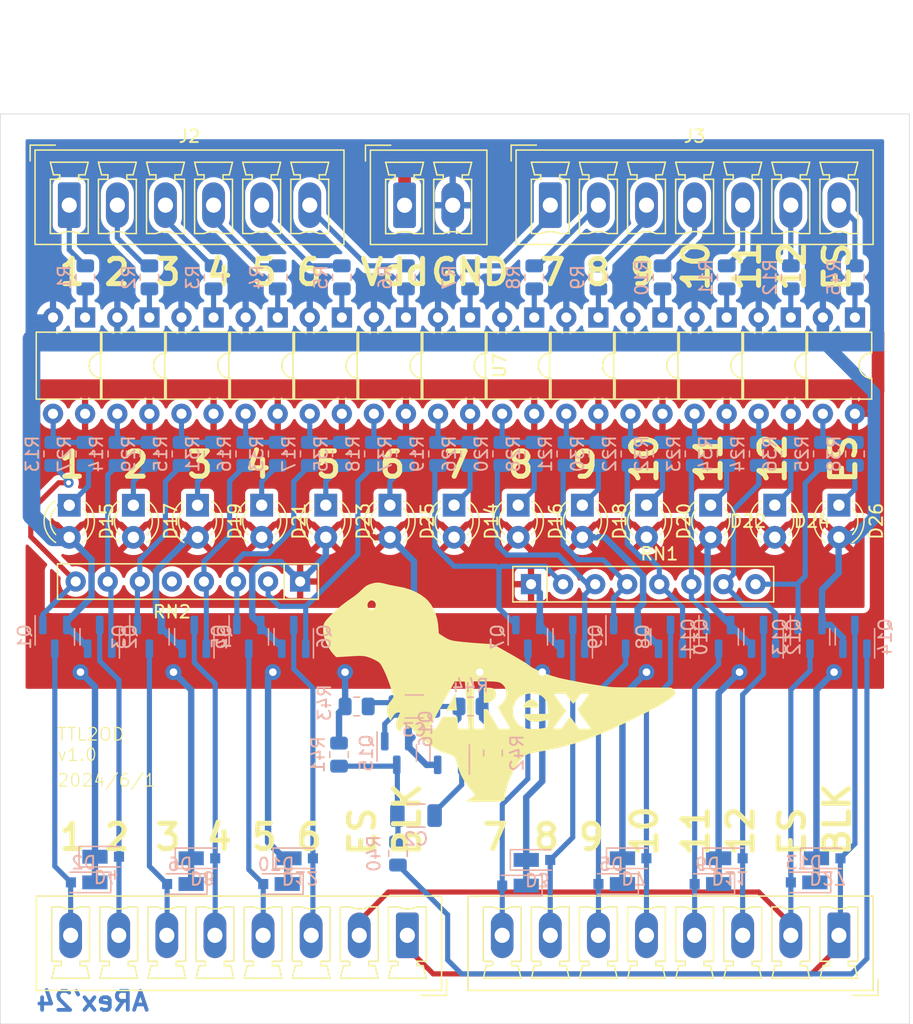
<source format=kicad_pcb>
(kicad_pcb (version 20240108) (generator "pcbnew") (generator_version "8.0")
  (title_block (title "TTL 2 NPN OC") (rev "1.0") (company "ARex'23"))
  (layers (0 "F.Cu" signal) (31 "B.Cu" signal) (34 "B.Paste" user) (35 "F.Paste" user) (36 "B.SilkS" user "B.Silkscreen") (37 "F.SilkS" user "F.Silkscreen") (38 "B.Mask" user) (39 "F.Mask" user) (44 "Edge.Cuts" user))
  (net 0 "")
  (net 1 "GND")
  (net 2 "VDD")
  (net 3 "1Hz")
  (net 4 "Net-(D1-A)")
  (net 5 "Net-(Q16-B)")
  (net 6 "Net-(D2-A)")
  (net 7 "Net-(Q15-B)")
  (net 8 "Net-(D3-A)")
  (net 9 "Net-(Q16-C)")
  (net 10 "Net-(D4-A)")
  (net 11 "Net-(D7-A)")
  (net 12 "Net-(D5-A)")
  (net 13 "Net-(D8-A)")
  (net 14 "Net-(D6-A)")
  (net 15 "Net-(D9-A)")
  (net 16 "Net-(D10-A)")
  (net 17 "Net-(D11-A)")
  (net 18 "Net-(D12-A)")
  (net 19 "Net-(R13-Pad1)")
  (net 20 "Net-(D13-A)")
  (net 21 "Net-(R10-Pad2)")
  (net 22 "Net-(D14-K)")
  (net 23 "Net-(R14-Pad1)")
  (net 24 "Net-(R15-Pad1)")
  (net 25 "Net-(R16-Pad1)")
  (net 26 "Net-(R17-Pad1)")
  (net 27 "Net-(R18-Pad1)")
  (net 28 "Net-(J2-Pin_1)")
  (net 29 "Net-(J2-Pin_2)")
  (net 30 "Net-(J2-Pin_3)")
  (net 31 "Net-(J2-Pin_4)")
  (net 32 "Net-(J2-Pin_5)")
  (net 33 "Net-(J2-Pin_6)")
  (net 34 "Net-(R1-Pad2)")
  (net 35 "Net-(R2-Pad2)")
  (net 36 "Net-(R3-Pad2)")
  (net 37 "Net-(R4-Pad2)")
  (net 38 "Net-(R5-Pad2)")
  (net 39 "Net-(R6-Pad2)")
  (net 40 "Net-(D15-K)")
  (net 41 "Net-(D16-K)")
  (net 42 "Net-(R19-Pad1)")
  (net 43 "Net-(R20-Pad1)")
  (net 44 "Net-(R21-Pad1)")
  (net 45 "Net-(R22-Pad1)")
  (net 46 "Net-(R23-Pad1)")
  (net 47 "Net-(D17-K)")
  (net 48 "Net-(D18-K)")
  (net 49 "Net-(Q2-G)")
  (net 50 "Net-(D19-K)")
  (net 51 "Net-(Q3-G)")
  (net 52 "Net-(Q5-G)")
  (net 53 "Net-(Q6-G)")
  (net 54 "Net-(Q7-G)")
  (net 55 "Net-(Q8-G)")
  (net 56 "Net-(Q9-G)")
  (net 57 "Net-(Q10-G)")
  (net 58 "Net-(D20-K)")
  (net 59 "Net-(Q11-G)")
  (net 60 "Net-(D21-K)")
  (net 61 "Net-(Q12-G)")
  (net 62 "Net-(D22-K)")
  (net 63 "Net-(Q13-G)")
  (net 64 "Net-(D23-K)")
  (net 65 "Net-(Q14-G)")
  (net 66 "Net-(D24-K)")
  (net 67 "Net-(R24-Pad1)")
  (net 68 "Net-(D25-K)")
  (net 69 "Net-(D26-K)")
  (net 70 "Net-(R45-Pad2)")
  (net 71 "Net-(J3-Pin_7)")
  (net 72 "Net-(Q1-G)")
  (net 73 "Net-(Q4-G)")
  (net 74 "Net-(J3-Pin_1)")
  (net 75 "Net-(R7-Pad2)")
  (net 76 "Net-(J3-Pin_2)")
  (net 77 "Net-(R8-Pad2)")
  (net 78 "Net-(J3-Pin_3)")
  (net 79 "Net-(R9-Pad2)")
  (net 80 "Net-(J3-Pin_4)")
  (net 81 "Net-(J3-Pin_5)")
  (net 82 "Net-(R11-Pad2)")
  (net 83 "Net-(J3-Pin_6)")
  (net 84 "Net-(R12-Pad2)")
  (net 85 "Net-(R25-Pad1)")
  (net 86 "Net-(D27-A)")
  (net 87 "unconnected-(RN2D-R4.2-Pad5)")
  (footprint "Connector_Phoenix_MC:PhoenixContact_MCV_1,5_7-G-3.81_1x07_P3.81mm_Vertical" (layer "F.Cu") (at 162.56 69.215)
    (property "Reference" "J3")
    (property "Value" "Screw_Terminal_01x07" (hide yes))
  )
  (footprint "Package_DIP:DIP-4_W7.62mm" (layer "F.Cu") (at 135.89 78.105 -90)
    (property "Reference" "U3" (hide yes))
    (property "Value" "PC817" (hide yes))
  )
  (footprint "Package_DIP:DIP-4_W7.62mm" (layer "F.Cu") (at 166.37 78.105 -90)
    (property "Reference" "U9" (hide yes))
    (property "Value" "PC817" (hide yes))
  )
  (footprint "Connector_Phoenix_MC:PhoenixContact_MCV_1,5_6-G-3.81_1x06_P3.81mm_Vertical" (layer "F.Cu") (at 124.46 69.215)
    (property "Reference" "J2")
    (property "Value" "Screw_Terminal_01x06" (hide yes))
  )
  (footprint "LED_THT:LED_D3.0mm" (layer "F.Cu") (at 149.86 92.959 -90)
    (property "Reference" "D25")
    (property "Value" "LED")
  )
  (footprint "Package_DIP:DIP-4_W7.62mm" (layer "F.Cu") (at 171.45 78.105 -90)
    (property "Reference" "U10" (hide yes))
    (property "Value" "PC817" (hide yes))
  )
  (footprint "Connector_Phoenix_MC:PhoenixContact_MCV_1,5_8-G-3.81_1x08_P3.81mm_Vertical" (layer "F.Cu") (at 151.24 127 180)
    (property "Reference" "J5" (hide yes))
    (property "Value" "Screw_Terminal_01x08" (hide yes))
  )
  (footprint "Resistor_THT:R_Array_SIP8" (layer "F.Cu") (at 142.75 99 180)
    (property "Reference" "RN2")
    (property "Value" "1k")
  )
  (footprint "Package_DIP:DIP-4_W7.62mm" (layer "F.Cu") (at 181.61 78.105 -90)
    (property "Reference" "U12" (hide yes))
    (property "Value" "PC817" (hide yes))
  )
  (footprint "LED_THT:LED_D3.0mm" (layer "F.Cu") (at 139.7 92.959 -90)
    (property "Reference" "D21")
    (property "Value" "LED")
  )
  (footprint "Package_DIP:DIP-4_W7.62mm" (layer "F.Cu") (at 146.05 78.105 -90)
    (property "Reference" "U5" (hide yes))
    (property "Value" "PC817" (hide yes))
  )
  (footprint "LED_THT:LED_D3.0mm" (layer "F.Cu") (at 180.34 92.959 -90)
    (property "Reference" "D24")
    (property "Value" "LED")
  )
  (footprint "LED_THT:LED_D3.0mm" (layer "F.Cu") (at 165.1 92.959 -90)
    (property "Reference" "D18")
    (property "Value" "LED")
  )
  (footprint "LED_THT:LED_D3.0mm" (layer "F.Cu") (at 160.02 92.959 -90)
    (property "Reference" "D16")
    (property "Value" "LED")
  )
  (footprint "LED_THT:LED_D3.0mm" (layer "F.Cu") (at 185.42 92.959 -90)
    (property "Reference" "D26")
    (property "Value" "LED")
  )
  (footprint "LOGO" (layer "F.Cu") (at 158.496 107.696)
    (property "Reference" "G***" (hide yes))
    (property "Value" "LOGO" (hide yes))
  )
  (footprint "LED_THT:LED_D3.0mm" (layer "F.Cu") (at 175.26 92.959 -90)
    (property "Reference" "D22")
    (property "Value" "LED")
  )
  (footprint "LED_THT:LED_D3.0mm" (layer "F.Cu") (at 154.94 92.959 -90)
    (property "Reference" "D14")
    (property "Value" "LED")
  )
  (footprint "Package_DIP:DIP-4_W7.62mm" (layer "F.Cu") (at 186.69 78.105 -90)
    (property "Reference" "U13" (hide yes))
    (property "Value" "PC817" (hide yes))
  )
  (footprint "Resistor_THT:R_Array_SIP8" (layer "F.Cu") (at 161.036 99.211)
    (property "Reference" "RN1")
    (property "Value" "1l")
  )
  (footprint "LED_THT:LED_D3.0mm" (layer "F.Cu") (at 144.78 92.959 -90)
    (property "Reference" "D23")
    (property "Value" "LED")
  )
  (footprint "Connector_Phoenix_MC:PhoenixContact_MCV_1,5_8-G-3.81_1x08_P3.81mm_Vertical" (layer "F.Cu") (at 185.42 127 180)
    (property "Reference" "J6" (hide yes))
    (property "Value" "Screw_Terminal_01x08" (hide yes))
  )
  (footprint "Package_DIP:DIP-4_W7.62mm" (layer "F.Cu") (at 125.714 78.105 -90)
    (property "Reference" "U1" (hide yes))
    (property "Value" "PC817" (hide yes))
  )
  (footprint "LED_THT:LED_D3.0mm" (layer "F.Cu") (at 129.54 92.964 -90)
    (property "Reference" "D17")
    (property "Value" "LED")
  )
  (footprint "Connector_Phoenix_MC:PhoenixContact_MCV_1,5_2-G-3.81_1x02_P3.81mm_Vertical" (layer "F.Cu") (at 151.0205 69.2225)
    (property "Reference" "J4" (hide yes))
    (property "Value" "Screw_Terminal_01x02" (hide yes))
  )
  (footprint "LED_THT:LED_D3.0mm" (layer "F.Cu") (at 134.62 92.964 -90)
    (property "Reference" "D19")
    (property "Value" "LED")
  )
  (footprint "Package_DIP:DIP-4_W7.62mm" (layer "F.Cu") (at 161.29 78.105 -90)
    (property "Reference" "U8" (hide yes))
    (property "Value" "PC817" (hide yes))
  )
  (footprint "Package_DIP:DIP-4_W7.62mm" (layer "F.Cu") (at 156.21 78.105 -90)
    (property "Reference" "U7")
    (property "Value" "PC817" (hide yes))
  )
  (footprint "Package_DIP:DIP-4_W7.62mm" (layer "F.Cu") (at 151.13 78.105 -90)
    (property "Reference" "U6" (hide yes))
    (property "Value" "PC817" (hide yes))
  )
  (footprint "LED_THT:LED_D3.0mm" (layer "F.Cu") (at 124.46 92.964 -90)
    (property "Reference" "D15")
    (property "Value" "LED")
  )
  (footprint "LED_THT:LED_D3.0mm" (layer "F.Cu") (at 170.18 92.959 -90)
    (property "Reference" "D20")
    (property "Value" "LED")
  )
  (footprint "Package_DIP:DIP-4_W7.62mm" (layer "F.Cu") (at 140.97 78.105 -90)
    (property "Reference" "U4" (hide yes))
    (property "Value" "PC817" (hide yes))
  )
  (footprint "Package_DIP:DIP-4_W7.62mm" (layer "F.Cu") (at 130.81 78.105 -90)
    (property "Reference" "U2" (hide yes))
    (property "Value" "PC817" (hide yes))
  )
  (footprint "Package_DIP:DIP-4_W7.62mm" (layer "F.Cu") (at 176.53 78.105 -90)
    (property "Reference" "U11" (hide yes))
    (property "Value" "PC817" (hide yes))
  )
  (footprint "Package_TO_SOT_SMD:SOT-23" (layer "B.Cu") (at 164.338 103.378 90)
    (property "Reference" "Q8")
    (property "Value" "IRLML0030")
  )
  (footprint "Resistor_SMD:R_0805_2012Metric" (layer "B.Cu") (at 176.53 88.9 -90)
    (property "Reference" "R34")
    (property "Value" "4k7")
  )
  (footprint "Resistor_SMD:R_0805_2012Metric" (layer "B.Cu") (at 135.89 74.93 -90)
    (property "Reference" "R3")
    (property "Value" "1K")
  )
  (footprint "Diode_SMD:D_MicroSMP_AK" (layer "B.Cu") (at 134.9995 120.904)
    (property "Reference" "D8")
    (property "Value" "1J")
  )
  (footprint "Resistor_SMD:R_0805_2012Metric" (layer "B.Cu") (at 186.69 88.9 -90)
    (property "Reference" "R38")
    (property "Value" "4k7")
  )
  (footprint "Resistor_SMD:R_0805_2012Metric" (layer "B.Cu") (at 163.83 88.9 -90)
    (property "Reference" "R21")
    (property "Value" "22")
  )
  (footprint "Resistor_SMD:R_0805_2012Metric" (layer "B.Cu") (at 130.81 88.9 -90)
    (property "Reference" "R29")
    (property "Value" "4k7")
  )
  (footprint "Resistor_SMD:R_0805_2012Metric" (layer "B.Cu") (at 138.4 88.9 -90)
    (property "Reference" "R16")
    (property "Value" "22")
  )
  (footprint "Diode_SMD:D_MicroSMP_AK" (layer "B.Cu") (at 142.739 120.904)
    (property "Reference" "D12")
    (property "Value" "1J")
  )
  (footprint "Package_TO_SOT_SMD:SOT-23" (layer "B.Cu") (at 130.81 103.378 -90)
    (property "Reference" "Q3")
    (property "Value" "IRLML0030")
  )
  (footprint "Resistor_SMD:R_0805_2012Metric" (layer "B.Cu") (at 156.241 108.8875 180)
    (property "Reference" "R44")
    (property "Value" "100k")
  )
  (footprint "Resistor_SMD:R_0805_2012Metric" (layer "B.Cu") (at 133.35 88.9 -90)
    (property "Reference" "R15")
    (property "Value" "22")
  )
  (footprint "Resistor_SMD:R_0805_2012Metric" (layer "B.Cu") (at 140.97 74.93 -90)
    (property "Reference" "R4")
    (property "Value" "1K")
  )
  (footprint "Resistor_SMD:R_0805_2012Metric" (layer "B.Cu") (at 146.05 74.93 -90)
    (property "Reference" "R5")
    (property "Value" "1K")
  )
  (footprint "Diode_SMD:D_MicroSMP_AK" (layer "B.Cu") (at 175.015 122.936 180)
    (property "Reference" "D9")
    (property "Value" "1J")
  )
  (footprint "Resistor_SMD:R_0805_2012Metric" (layer "B.Cu") (at 156.21 88.9 -90)
    (property "Reference" "R26")
    (property "Value" "4k7")
  )
  (footprint "Resistor_SMD:R_0805_2012Metric" (layer "B.Cu") (at 158.019 112.5705 -90)
    (property "Reference" "R42")
    (property "Value" "150k")
  )
  (footprint "Package_TO_SOT_SMD:SOT-23" (layer "B.Cu") (at 134.366 103.378 90)
    (property "Reference" "Q4")
    (property "Value" "IRLML0030" (hide yes))
  )
  (footprint "Resistor_SMD:R_0805_2012Metric" (layer "B.Cu") (at 153.67 88.9 -90)
    (property "Reference" "R19")
    (property "Value" "22")
  )
  (footprint "Resistor_SMD:R_0805_2012Metric" (layer "B.Cu") (at 156.21 74.93 -90)
    (property "Reference" "R7")
    (property "Value" "1K")
  )
  (footprint "Resistor_SMD:R_0805_2012Metric" (layer "B.Cu") (at 140.97 88.9 -90)
    (property "Reference" "R33")
    (property "Value" "4k7")
  )
  (footprint "Diode_SMD:D_MicroSMP_AK" (layer "B.Cu") (at 125.612 122.809 180)
    (property "Reference" "D2")
    (property "Value" "1J")
  )
  (footprint "Resistor_SMD:R_0805_2012Metric" (layer "B.Cu") (at 125.73 88.9 -90)
    (property "Reference" "R27")
    (property "Value" "4k7")
  )
  (footprint "Diode_SMD:D_MicroSMP_AK" (layer "B.Cu") (at 140.8445 122.936 180)
    (property "Reference" "D10")
    (property "Value" "1J")
  )
  (footprint "Resistor_SMD:R_0805_2012Metric" (layer "B.Cu") (at 166.37 88.9 -90)
    (property "Reference" "R30")
    (property "Value" "4k7")
  )
  (footprint "Resistor_SMD:R_0805_2012Metric" (layer "B.Cu") (at 171.45 74.93 -90)
    (property "Reference" "R10")
    (property "Value" "1K")
  )
  (footprint "Resistor_SMD:R_0805_2012Metric" (layer "B.Cu") (at 128.27 88.9 -90)
    (property "Reference" "R14")
    (property "Value" "22")
  )
  (footprint "Resistor_SMD:R_0805_2012Metric" (layer "B.Cu") (at 181.61 74.93 -90)
    (property "Reference" "R12")
    (property "Value" "1K")
  )
  (footprint "Resistor_SMD:R_0805_2012Metric" (layer "B.Cu") (at 158.75 88.9 -90)
    (property "Reference" "R20")
    (property "Value" "22")
  )
  (footprint "Resistor_SMD:R_0805_2012Metric" (layer "B.Cu") (at 135.89 88.9 -90)
    (property "Reference" "R31")
    (property "Value" "4k7")
  )
  (footprint "Resistor_SMD:R_0805_2012Metric" (layer "B.Cu") (at 151.13 74.93 -90)
    (property "Reference" "R6")
    (property "Value" "1K")
  )
  (footprint "Resistor_SMD:R_0805_2012Metric" (layer "B.Cu") (at 146.05 88.9 -90)
    (property "Reference" "R35")
    (property "Value" "4k7")
  )
  (footprint "Diode_SMD:D_MicroSMP_AK" (layer "B.Cu") (at 182.635 122.809 180)
    (property "Reference" "D13")
    (property "Value" "1J")
  )
  (footprint "Resistor_SMD:R_0805_2012Metric" (layer "B.Cu") (at 166.37 74.93 -90)
    (property "Reference" "R9")
    (property "Value" "1K")
  )
  (footprint "Resistor_SMD:R_0805_2012Metric" (layer "B.Cu") (at 161.29 74.93 -90)
    (property "Reference" "R8")
    (property "Value" "1K")
  )
  (footprint "Diode_SMD:D_MicroSMP_AK" (layer "B.Cu") (at 161.535 121.031)
    (property "Reference" "D3")
    (property "Value" "1J")
  )
  (footprint "Diode_SMD:D_MicroSMP_AK" (layer "B.Cu") (at 169.155 120.904)
    (property "Reference" "D7")
    (property "Value" "1J")
  )
  (footprint "Resistor_SMD:R_0805_2012Metric" (layer "B.Cu") (at 148.59 88.9 -90)
    (property "Reference" "R18")
    (property "Value" "22")
  )
  (footprint "Resistor_SMD:R_0805_2012Metric" (layer "B.Cu") (at 168.91 88.9 -90)
    (property "Reference" "R22")
    (property "Value" "22")
  )
  (footprint "Resistor_SMD:R_0805_2012Metric" (layer "B.Cu") (at 130.81 74.93 -90)
    (property "Reference" "R2")
    (property "Value" "1K")
  )
  (footprint "Resistor_SMD:R_0805_2012Metric" (layer "B.Cu") (at 186.69 74.93 -90)
    (property "Reference" "R45")
    (property "Value" "560")
  )
  (footprint "Package_TO_SOT_SMD:SOT-23" (layer "B.Cu") (at 175.895 103.378 -90)
    (property "Reference" "Q11")
    (property "Value" "IRLML0030")
  )
  (footprint "Resistor_SMD:R_0805_2012Metric" (layer "B.Cu") (at 161.29 88.9 -90)
    (property "Reference" "R28")
    (property "Value" "4k7")
  )
  (footprint "Package_TO_SOT_SMD:SOT-23" (layer "B.Cu") (at 138.684 103.378 -90)
    (property "Reference" "Q5")
    (property "Value" "IRLML0030")
  )
  (footprint "Package_TO_SOT_SMD:SOT-23" (layer "B.Cu") (at 186.69 103.378 90)
    (property "Reference" "Q14")
    (property "Value" "IRLML0030")
  )
  (footprint "Resistor_SMD:R_0805_2012Metric" (layer "B.Cu") (at 179.07 88.9 -90)
    (property "Reference" "R24")
    (property "Value" "22")
  )
  (footprint "Resistor_SMD:R_0805_2012Metric" (layer "B.Cu") (at 150.495 120.523 90)
    (property "Reference" "R40")
    (property "Value" "22")
  )
  (footprint "Package_TO_SOT_SMD:SOT-23" (layer "B.Cu") (at 179.451 103.378 90)
    (property "Reference" "Q12")
    (property "Value" "IRLML0030")
  )
  (footprint "Package_TO_SOT_SMD:SOT-23" (layer "B.Cu") (at 183.134 103.378 -90)
    (property "Reference" "Q13")
    (property "Value" "IRLML0030")
  )
  (footprint "Resistor_SMD:R_0805_2012Metric" (layer "B.Cu") (at 123.19 88.9 -90)
    (property "Reference" "R13")
    (property "Value" "22")
  )
  (footprint "Resistor_SMD:R_0805_2012Metric" (layer "B.Cu") (at 143.51 88.9 -90)
    (property "Reference" "R17")
    (property "Value" "22")
  )
  (footprint "Resistor_SMD:R_0805_2012Metric" (layer "B.Cu") (at 147.224 108.8875)
    (property "Reference" "R43")
    (property "Value" "150k")
  )
  (footprint "Diode_SMD:D_MicroSMP_AK" (layer "B.Cu") (at 159.775 123.063 180)
    (property "Reference" "D1" (hide yes))
    (property "Value" "1J")
  )
  (footprint "Resistor_SMD:R_0805_2012Metric" (layer "B.Cu") (at 173.99 88.9 -90)
    (property "Reference" "R23")
    (property "Value" "22")
  )
  (footprint "Package_TO_SOT_SMD:SOT-23" (layer "B.Cu") (at 160.782 103.378 -90)
    (property "Reference" "Q7")
    (property "Value" "IRLML0030")
  )
  (footprint "Diode_SMD:D_MicroSMP_AK" (layer "B.Cu") (at 127.3795 120.777)
    (property "Reference" "D4")
    (property "Value" "1J")
  )
  (footprint "Resistor_SMD:R_0805_2012Metric" (layer "B.Cu") (at 171.45 88.9 -90)
    (property "Reference" "R32")
    (property "Value" "4k7")
  )
  (footprint "Diode_SMD:D_MicroSMP_AK" (layer "B.Cu") (at 133.232 122.936 180)
    (property "Reference" "D6")
    (property "Value" "1J")
  )
  (footprint "Resistor_SMD:R_0805_2012Metric" (layer "B.Cu") (at 125.73 74.93 -90)
    (property "Reference" "R1")
    (property "Value" "1K")
  )
  (footprint "Package_TO_SOT_SMD:SOT-23" (layer "B.Cu") (at 154.59 112.5705 90)
    (property "Reference" "Q16")
    (property "Value" "BC547")
  )
  (footprint "Resistor_SMD:R_0805_2012Metric" (layer "B.Cu") (at 184.15 88.9 -90)
    (property "Reference" "R25")
    (property "Value" "22")
  )
  (footprint "Package_TO_SOT_SMD:SOT-23" (layer "B.Cu") (at 123.317 103.378 -90)
    (property "Reference" "Q1")
    (property "Value" "IRLML0030")
  )
  (footprint "Diode_SMD:D_MicroSMP_AK" (layer "B.Cu") (at 176.775 120.904)
    (property "Reference" "D11")
    (property "Value" "1J")
  )
  (footprint "Package_TO_SOT_SMD:SOT-23" (layer "B.Cu") (at 150.399 112.5705 -90)
    (property "Reference" "Q15")
    (property "Value" "BC547")
  )
  (footprint "Package_TO_SOT_SMD:SOT-23" (layer "B.Cu") (at 172.085 103.378 90)
    (property "Reference" "Q10")
    (property "Value" "IRLML0030")
  )
  (footprint "Package_TO_SOT_SMD:SOT-23" (layer "B.Cu") (at 142.24 103.378 90)
    (property "Reference" "Q6")
    (property "Value" "IRLML0030")
  )
  (footprint "Package_TO_SOT_SMD:SOT-23" (layer "B.Cu") (at 168.529 103.378 -90)
    (property "Reference" "Q9")
    (property "Value" "IRLML0030")
  )
  (footprint "Resistor_SMD:R_0805_2012Metric" (layer "B.Cu") (at 181.61 88.9 -90)
    (property "Reference" "R36")
    (property "Value" "4k7")
  )
  (footprint "Diode_SMD:D_MicroSMP_AK" (layer "B.Cu") (at 184.522 120.904)
    (property "Reference" "D27")
    (property "Value" "1J")
  )
  (footprint "Resistor_SMD:R_0805_2012Metric" (layer "B.Cu") (at 176.53 74.93 -90)
    (property "Reference" "R11")
    (property "Value" "1K")
  )
  (footprint "Package_TO_SOT_SMD:SOT-23" (layer "B.Cu") (at 126.873 103.378 90)
    (property "Reference" "Q2")
    (property "Value" "IRLML0030")
  )
  (footprint "Resistor_SMD:R_0805_2012Metric" (layer "B.Cu") (at 151.13 88.9 -90)
    (property "Reference" "R37")
    (property "Value" "4k7")
  )
  (footprint "Resistor_SMD:R_0805_2012Metric" (layer "B.Cu") (at 145.827 112.6975 -90)
    (property "Reference" "R41")
    (property "Value" "5k6")
  )
  (footprint "Capacitor_SMD:C_1206_3216Metric" (layer "B.Cu") (at 151.796 108.8875)
    (property "Reference" "C3")
    (property "Value" "4u7")
  )
  (footprint "Capacitor_SMD:C_1206_3216Metric" (layer "B.Cu") (at 151.923 117.5235)
    (property "Reference" "C2")
    (property "Value" "4u7")
  )
  (footprint "Diode_SMD:D_MicroSMP_AK" (layer "B.Cu") (at 167.395 122.936 180)
    (property "Reference" "D5")
    (property "Value" "1J")
  )
  (gr_line (start 119 62) (end 191 62) (stroke (width 0.05)) (layer "Edge.Cuts"))
  (gr_line (start 191 62) (end 191 134) (stroke (width 0.05)) (layer "Edge.Cuts"))
  (gr_line (start 191 134) (end 119 134) (stroke (width 0.05)) (layer "Edge.Cuts"))
  (gr_line (start 119 134) (end 119 62) (stroke (width 0.05)) (layer "Edge.Cuts"))
  (gr_text "ARex'24" (at 130.937 133.096 0) (layer "B.Cu") (effects (font (size 1.5 1.5) (thickness 0.3) (bold yes)) (justify left bottom mirror)))
  (gr_text "GND" (at 152.908 75.692 0) (layer "F.SilkS") (effects (font (size 2 2) (thickness 0.4) (bold yes)) (justify left bottom)))
  (gr_text "4" (at 138.176 90.932 0) (layer "F.SilkS") (effects (font (size 2 2) (thickness 0.4) (bold yes)) (justify left bottom)))
  (gr_text "BLK" (at 152.4 120.904 90) (layer "F.SilkS") (effects (font (size 2 2) (thickness 0.4) (bold yes)) (justify left bottom)))
  (gr_text "TTL2OD\nv1.0" (at 123.444 113.284 0) (layer "F.SilkS") (effects (font (size 1 1) (thickness 0.1)) (justify left bottom)))
  (gr_text "8\n" (at 161.036 120.396 0) (layer "F.SilkS") (effects (font (size 2 2) (thickness 0.4) (bold yes)) (justify left bottom)))
  (gr_text "12" (at 181.356 91.44 90) (layer "F.SilkS") (effects (font (size 2 2) (thickness 0.4) (bold yes)) (justify left bottom)))
  (gr_text "9" (at 168.656 75.692 0) (layer "F.SilkS") (effects (font (size 2 2) (thickness 0.4) (bold yes)) (justify left bottom)))
  (gr_text "6" (at 142.24 75.692 0) (layer "F.SilkS") (effects (font (size 2 2) (thickness 0.4) (bold yes)) (justify left bottom)))
  (gr_text "8" (at 165.1 75.692 0) (layer "F.SilkS") (effects (font (size 2 2) (thickness 0.4) (bold yes)) (justify left bottom)))
  (gr_text "7" (at 156.972 120.396 0) (layer "F.SilkS") (effects (font (size 2 2) (thickness 0.4) (bold yes)) (justify left bottom)))
  (gr_text "9" (at 164.084 90.932 0) (layer "F.SilkS") (effects (font (size 2 2) (thickness 0.4) (bold yes)) (justify left bottom)))
  (gr_text "1" (at 123.4694 90.932 0) (layer "F.SilkS") (effects (font (size 2 2) (thickness 0.4) (bold yes)) (justify left bottom)))
  (gr_text "5" (at 143.764 90.932 0) (layer "F.SilkS") (effects (font (size 2 2) (thickness 0.4) (bold yes)) (justify left bottom)))
  (gr_text "12" (at 178.816 120.904 90) (layer "F.SilkS") (effects (font (size 2 2) (thickness 0.4) (bold yes)) (justify left bottom)))
  (gr_text "4" (at 135.128 75.692 0) (layer "F.SilkS") (effects (font (size 2 2) (thickness 0.4) (bold yes)) (justify left bottom)))
  (gr_text "3" (at 131.064 75.692 0) (layer "F.SilkS") (effects (font (size 2 2) (thickness 0.4) (bold yes)) (justify left bottom)))
  (gr_text "Vdd" (at 147.32 75.692 0) (layer "F.SilkS") (effects (font (size 2 2) (thickness 0.4) (bold yes)) (justify left bottom)))
  (gr_text "10" (at 175.26 76.2 90) (layer "F.SilkS") (effects (font (size 2 2) (thickness 0.4) (bold yes)) (justify left bottom)))
  (gr_text "11" (at 176.276 91.44 90) (layer "F.SilkS") (effects (font (size 2 2) (thickness 0.4) (bold yes)) (justify left bottom)))
  (gr_text "2" (at 127.0254 120.396 0) (layer "F.SilkS") (effects (font (size 2 2) (thickness 0.4) (bold yes)) (justify left bottom)))
  (gr_text "7" (at 153.924 90.932 0) (layer "F.SilkS") (effects (font (size 2 2) (thickness 0.4) (bold yes)) (justify left bottom)))
  (gr_text "2" (at 128.524 90.932 0) (layer "F.SilkS") (effects (font (size 2 2) (thickness 0.4) (bold yes)) (justify left bottom)))
  (gr_text "7" (at 161.544 75.692 0) (layer "F.SilkS") (effects (font (size 2 2) (thickness 0.4) (bold yes)) (justify left bottom)))
  (gr_text "12" (at 182.88 76.2 90) (layer "F.SilkS") (effects (font (size 2 2) (thickness 0.4) (bold yes)) (justify left bottom)))
  (gr_text "10" (at 171.196 120.904 90) (layer "F.SilkS") (effects (font (size 2 2) (thickness 0.4) (bold yes)) (justify left bottom)))
  (gr_text "2" (at 127.0254 75.692 0) (layer "F.SilkS") (effects (font (size 2 2) (thickness 0.4) (bold yes)) (justify left bottom)))
  (gr_text "9" (at 164.592 120.396 0) (layer "F.SilkS") (effects (font (size 2 2) (thickness 0.4) (bold yes)) (justify left bottom)))
  (gr_text "2024/6/1" (at 123.444 115.316 0) (layer "F.SilkS") (effects (font (size 1 1) (thickness 0.1)) (justify left bottom)))
  (gr_text "4" (at 135.128 120.396 0) (layer "F.SilkS") (effects (font (size 2 2) (thickness 0.4) (bold yes)) (justify left bottom)))
  (gr_text "3" (at 133.604 90.932 0) (layer "F.SilkS") (effects (font (size 2 2) (thickness 0.4) (bold yes)) (justify left bottom)))
  (gr_text "ES" (at 182.88 120.904 90) (layer "F.SilkS") (effects (font (size 2 2) (thickness 0.4) (bold yes)) (justify left bottom)))
  (gr_text "ES" (at 186.436 76.2 90) (layer "F.SilkS") (effects (font (size 2 2) (thickness 0.4) (bold yes)) (justify left bottom)))
  (gr_text "ES" (at 186.944 91.44 90) (layer "F.SilkS") (effects (font (size 2 2) (thickness 0.4) (bold yes)) (justify left bottom)))
  (gr_text "BLK" (at 186.436 120.904 90) (layer "F.SilkS") (effects (font (size 2 2) (thickness 0.4) (bold yes)) (justify left bottom)))
  (gr_text "1" (at 123.4694 120.396 0) (layer "F.SilkS") (effects (font (size 2 2) (thickness 0.4) (bold yes)) (justify left bottom)))
  (gr_text "11" (at 175.26 120.904 90) (layer "F.SilkS") (effects (font (size 2 2) (thickness 0.4) (bold yes)) (justify left bottom)))
  (gr_text "8\n" (at 159.004 90.932 0) (layer "F.SilkS") (effects (font (size 2 2) (thickness 0.4) (bold yes)) (justify left bottom)))
  (gr_text "10" (at 171.196 91.44 90) (layer "F.SilkS") (effects (font (size 2 2) (thickness 0.4) (bold yes)) (justify left bottom)))
  (gr_text "3" (at 131.064 120.396 0) (layer "F.SilkS") (effects (font (size 2 2) (thickness 0.4) (bold yes)) (justify left bottom)))
  (gr_text "5" (at 138.684 120.396 0) (layer "F.SilkS") (effects (font (size 2 2) (thickness 0.4) (bold yes)) (justify left bottom)))
  (gr_text "6" (at 142.24 120.396 0) (layer "F.SilkS") (effects (font (size 2 2) (thickness 0.4) (bold yes)) (justify left bottom)))
  (gr_text "11" (at 179.324 76.2 90) (layer "F.SilkS") (effects (font (size 2 2) (thickness 0.4) (bold yes)) (justify left bottom)))
  (gr_text "1" (at 123.4694 75.692 0) (layer "F.SilkS") (effects (font (size 2 2) (thickness 0.4) (bold yes)) (justify left bottom)))
  (gr_text "5" (at 138.684 75.692 0) (layer "F.SilkS") (effects (font (size 2 2) (thickness 0.4) (bold yes)) (justify left bottom)))
  (gr_text "ES" (at 148.844 120.904 90) (layer "F.SilkS") (effects (font (size 2 2) (thickness 0.4) (bold yes)) (justify left bottom)))
  (gr_text "6" (at 148.844 90.932 0) (layer "F.SilkS") (effects (font (size 2 2) (thickness 0.4) (bold yes)) (justify left bottom)))
  (segment (start 147.828 95.504) (end 147.833 95.499) (width 0.508) (layer "F.Cu") (net 1))
  (segment (start 142.75 99) (end 142.808 99) (width 0.508) (layer "F.Cu") (net 1))
  (segment (start 147.833 95.499) (end 149.86 95.499) (width 0.508) (layer "F.Cu") (net 1))
  (segment (start 131.3328 98.1562) (end 133.985 95.504) (width 0.508) (layer "B.Cu") (net 1))
  (segment (start 131.76 102.4405) (end 131.76 101.788) (width 0.508) (layer "B.Cu") (net 1))
  (segment (start 185.74 103.444) (end 184.7365 102.4405) (width 0.508) (layer "B.Cu") (net 1))
  (segment (start 175.0188 100.6143) (end 175.0188 95.7402) (width 0.508) (layer "B.Cu") (net 1))
  (segment (start 188.1932 93.998592) (end 188.1932 84.0532) (width 1) (layer "B.Cu") (net 1))
  (segment (start 133.416 104.3155) (end 133.3985 104.3155) (width 0.508) (layer "B.Cu") (net 1))
  (segment (start 138.9528 101.7593) (end 138.9528 98.213) (width 0.508) (layer "B.Cu") (net 1))
  (segment (start 176.845 102.4405) (end 175.0188 100.6143) (width 0.508) (layer "B.Cu") (net 1))
  (segment (start 162.67825 103.632) (end 162.67825 103.38675) (width 0.508) (layer "B.Cu") (net 1))
  (segment (start 151.765 110.109) (end 151.765 97.404) (width 0.508) (layer "B.Cu") (net 1))
  (segment (start 121.4708 93.787592) (end 121.4708 79.8082) (width 1.4) (layer "B.Cu") (net 1))
  (segment (start 162.67825 103.38675) (end 161.732 102.4405) (width 0.508) (layer "B.Cu") (net 1))
  (segment (start 184.15 80.01) (end 184.15 78.105) (width 1) (layer "B.Cu") (net 1))
  (segment (start 175.0188 95.7402) (end 175.26 95.499) (width 0.508) (layer "B.Cu") (net 1))
  (segment (start 184.084 102.4405) (end 184.084 99.634) (width 0.508) (layer "B.Cu") (net 1))
  (segment (start 126.2272 100.2138) (end 126.2272 97.2712) (width 0.508) (layer "B.Cu") (net 1))
  (segment (start 139.7 97.4658) (end 141.2158 97.4658) (width 0.508) (layer "B.Cu") (net 1))
  (segment (start 185.74 104.3155) (end 185.74 103.444) (width 0.508) (layer "B.Cu") (net 1))
  (segment (start 184.7365 102.4405) (end 184.084 102.4405) (width 0.508) (layer "B.Cu") (net 1))
  (segment (start 131.76 101.788) (end 131.3328 101.3608) (width 0.508) (layer "B.Cu") (net 1))
  (segment (start 151.349 111.633) (end 151.349 112.106) (width 0.508) (layer "B.Cu") (net 1))
  (segment (start 141.2158 97.4658) (end 142.75 99) (width 0.508) (layer "B.Cu") (net 1))
  (segment (start 184.084 99.634) (end 185.3966 98.3214) (width 0.508) (layer "B.Cu") (net 1))
  (segment (start 124.46 95.504) (end 123.187208 95.504) (width 1.4) (layer "B.Cu") (net 1))
  (segment (start 169.9132 98.5392) (end 166.873 95.499) (width 0.508) (layer "B.Cu") (net 1))
  (segment (start 151.765 97.404) (end 149.86 95.499) (width 0.508) (layer "B.Cu") (net 1))
  (segment (start 161.732 102.4405) (end 161.732 99.907) (width 0.508) (layer "B.Cu") (net 1))
  (segment (start 125.923 104.206) (end 125.923 104.3155) (width 0.508) (layer "B.Cu") (net 1))
  (segment (start 124.267 102.55) (end 125.923 104.206) (width 0.508) (layer "B.Cu") (net 1))
  (segment (start 169.479 101.158) (end 169.9132 100.7238) (width 0.508) (layer "B.Cu") (net 1))
  (segment (start 152.751 113.508) (end 153.64 113.508) (width 0.508) (layer "B.Cu") (net 1))
  (segment (start 186.692792 95.499) (end 188.1932 93.998592) (width 1) (layer "B.Cu") (net 1))
  (segment (start 178.501 104.3155) (end 178.501 104.0965) (width 0.508) (layer "B.Cu") (net 1))
  (segment (start 185.42 95.499) (end 186.692792 95.499) (width 1) (layer "B.Cu") (net 1))
  (segment (start 151.349 111.633) (end 151.349 110.525) (width 0.508) (layer "B.Cu") (net 1))
  (segment (start 139.634 102.4405) (end 139.634 102.55) (width 0.508) (layer "B.Cu") (net 1))
  (segment (start 133.985 95.504) (end 134.62 95.504) (width 0.508) (layer "B.Cu") (net 1))
  (segment (start 171.135 104.3155) (end 171.135 104.0965) (width 0.508) (layer "B.Cu") (net 1))
  (segment (start 124.267 102.4405) (end 124.267 102.55) (width 0.508) (layer "B.Cu") (net 1))
  (segment (start 163.36175 104.3155) (end 162.67825 103.632) (width 0.508) (layer "B.Cu") (net 1))
  (segment (start 124.267 102.174) (end 126.2272 100.2138) (width 0.508) (layer "B.Cu") (net 1))
  (segment (start 161.732 99.907) (end 161.036 99.211) (width 0.508) (layer "B.Cu") (net 1))
  (segment (start 141.29 104.206) (end 141.29 104.3155) (width 0.508) (layer "B.Cu") (net 1))
  (segment (start 131.3328 101.3608) (end 131.3328 98.1562) (width 0.508) (layer "B.Cu") (net 1))
  (segment (start 139.634 102.55) (end 141.29 104.206) (width 0.508) (layer "B.Cu") (net 1))
  (segment (start 171.135 104.0965) (end 169.479 102.4405) (width 0.508) (layer "B.Cu") (net 1))
  (segment (start 163.388 104.3155) (end 163.36175 104.3155) (width 0.508) (layer "B.Cu") (net 1))
  (segment (start 131.76 102.677) (end 131.76 102.4405) (width 0.508) (layer "B.Cu") (net 1))
  (segment (start 151.349 112.106) (end 152.751 113.508) (width 0.508) (layer "B.Cu") (net 1))
  (segment (start 139.634 102.4405) (end 138.9528 101.7593) (width 0.508) (layer "B.Cu") (net 1))
  (segment (start 144.78 96.97) (end 142.75 99) (width 0.508) (layer "B.Cu") (net 1))
  (segment (start 151.349 110.525) (end 151.765 110.109) (width 0.508) (layer "B.Cu") (net 1))
  (segment (start 178.501 104.0965) (end 176.845 102.4405) (width 0.508) (layer "B.Cu") (net 1))
  (segment (start 126.2272 97.2712) (end 124.46 95.504) (width 0.508) (layer "B.Cu") (net 1))
  (segment (start 123.187208 95.504) (end 121.4708 93.787592) (width 1.4) (layer "B.Cu") (net 1))
  (segment (start 124.267 102.4405) (end 124.267 102.174) (width 0.508) (layer "B.Cu") (net 1))
  (segment (start 144.78 95.499) (end 144.78 96.97) (width 0.508) (layer "B.Cu") (net 1))
  (segment (start 138.9528 98.213) (end 139.7 97.4658) (width 0.508) (layer "B.Cu") (net 1))
  (segment (start 169.9132 100.7238) (end 169.9132 98.5392) (width 0.508) (layer "B.Cu") (net 1))
  (segment (start 169.479 102.4405) (end 169.479 101.158) (width 0.508) (layer "B.Cu") (net 1))
  (segment (start 166.873 95.499) (end 165.1 95.499) (width 0.508) (layer "B.Cu") (net 1))
  (segment (start 121.4708 79.8082) (end 123.174 78.105) (width 1.4) (layer "B.Cu") (net 1))
  (segment (start 185.3966 95.5224) (end 185.42 95.499) (width 0.508) (layer "B.Cu") (net 1))
  (segment (start 185.3966 98.3214) (end 185.3966 95.5224) (width 0.508) (layer "B.Cu") (net 1))
  (segment (start 133.3985 104.3155) (end 131.76 102.677) (width 0.508) (layer "B.Cu") (net 1))
  (segment (start 151.349 111.633) (end 151.648999 111.333001) (width 0.508) (layer "B.Cu") (net 1))
  (segment (start 188.1932 84.0532) (end 184.15 80.01) (width 1) (layer "B.Cu") (net 1))
  (segment (start 151.0205 69.2225) (end 151.0205 66.4543) (width 1) (layer "F.Cu") (net 2))
  (segment (start 188.468 68.072) (end 188.468 79.3334) (width 1) (layer "F.Cu") (net 2))
  (segment (start 151.0205 66.4543) (end 152.4508 65.024) (width 1) (layer "F.Cu") (net 2))
  (segment (start 188.5188 79.3842) (end 188.5188 83.8962) (width 1) (layer "F.Cu") (net 2))
  (segment (start 188.5188 83.8962) (end 186.69 85.725) (width 1) (layer "F.Cu") (net 2))
  (segment (start 188.468 79.3334) (end 188.5188 79.3842) (width 1) (layer "F.Cu") (net 2))
  (segment (start 185.42 65.024) (end 188.468 68.072) (width 1) (layer "F.Cu") (net 2))
  (segment (start 152.4508 65.024) (end 185.42 65.024) (width 1) (layer "F.Cu") (net 2))
  (via (at 185.039 106.172) (size 1.27) (drill 0.6) (layers "F.Cu" "B.Cu") (net 2))
  (via (at 161.925 106.172) (size 1.27) (drill 0.6) (layers "F.Cu" "B.Cu") (net 2))
  (via (at 146.304 106.172) (size 1.27) (drill 0.6) (layers "F.Cu" "B.Cu") (net 2))
  (via (at 125.349 106.172) (size 1.27) (drill 0.6) (layers "F.Cu" "B.Cu") (net 2))
  (via (at 156.972 106.172) (size 1.27) (drill 0.6) (layers "F.Cu" "B.Cu") (net 2))
  (via (at 140.589 106.172) (size 1.27) (drill 0.6) (layers "F.Cu" "B.Cu") (net 2))
  (via (at 170.18 106.172) (size 1.27) (drill 0.6) (layers "F.Cu" "B.Cu") (net 2))
  (via (at 132.715 106.172) (size 1.27) (drill 0.6) (layers "F.Cu" "B.Cu") (net 2))
  (via (at 177.546 106.172) (size 1.27) (drill 0.6) (layers "F.Cu" "B.Cu") (net 2))
  (segment (start 134.112 120.9115) (end 134.1195 120.904) (width 0.508) (layer "B.Cu") (net 2))
  (segment (start 158.019 110.6655) (end 158.019 111.658) (width 0.508) (layer "B.Cu") (net 2))
  (segment (start 141.7245 121.0385) (end 141.859 120.904) (width 0.508) (layer "B.Cu") (net 2))
  (segment (start 175.895 107.823) (end 175.895 120.904) (width 0.508) (layer "B.Cu") (net 2))
  (segment (start 157.1535 106.3535) (end 156.972 106.172) (width 0.508) (layer "B.Cu") (net 2))
  (segment (start 126.492 122.809) (end 126.492 120.7845) (width 0.508) (layer "B.Cu") (net 2))
  (segment (start 175.895 120.904) (end 175.895 122.936) (width 0.508) (layer "B.Cu") (net 2))
  (segment (start 134.1195 107.5765) (end 134.1195 120.904) (width 0.508) (layer "B.Cu") (net 2))
  (segment (start 140.208 119.634) (end 141.478 120.904) (width 0.508) (layer "B.Cu") (net 2))
  (segment (start 168.275 108.077) (end 168.275 120.904) (width 0.508) (layer "B.Cu") (net 2))
  (segment (start 157.1535 108.8875) (end 157.1535 109.8) (width 0.508) (layer "B.Cu") (net 2))
  (segment (start 141.7245 122.936) (end 141.7245 121.0385) (width 0.508) (layer "B.Cu") (net 2))
  (segment (start 145.827 109.372) (end 146.3115 108.8875) (width 0.508) (layer "B.Cu") (net 2))
  (segment (start 168.275 120.904) (end 168.275 122.936) (width 0.508) (layer "B.Cu") (net 2))
  (segment (start 170.18 106.172) (end 168.275 108.077) (width 0.508) (layer "B.Cu") (net 2))
  (segment (start 160.655 116.078) (end 160.655 121.031) (width 0.508) (layer "B.Cu") (net 2))
  (segment (start 134.112 122.936) (end 134.112 120.9115) (width 0.508) (layer "B.Cu") (net 2))
  (segment (start 132.715 106.172) (end 134.1195 107.5765) (width 0.508) (layer "B.Cu") (net 2))
  (segment (start 125.349 106.172) (end 126.4995 107.3225) (width 0.508) (layer "B.Cu") (net 2))
  (segment (start 183.642 120.904) (end 183.642 122.682) (width 0.508) (layer "B.Cu") (net 2))
  (segment (start 146.3115 108.8875) (end 146.3115 106.1795) (width 0.508) (layer "B.Cu") (net 2))
  (segment (start 157.1535 108.8875) (end 157.1535 106.3535) (width 0.508) (layer "B.Cu") (net 2))
  (segment (start 146.3115 106.1795) (end 146.304 106.172) (width 0.508) (layer "B.Cu") (net 2))
  (segment (start 161.925 106.172) (end 161.925 114.808) (width 0.508) (layer "B.Cu") (net 2))
  (segment (start 160.655 121.031) (end 160.655 123.063) (width 0.508) (layer "B.Cu") (net 2))
  (segment (start 126.4995 107.3225) (end 126.4995 120.777) (width 0.508) (layer "B.Cu") (net 2))
  (segment (start 183.642 122.682) (end 183.515 122.809) (width 0.508) (layer "B.Cu") (net 2))
  (segment (start 126.492 120.7845) (end 126.4995 120.777) (width 0.508) (layer "B.Cu") (net 2))
  (segment (start 161.925 114.808) (end 160.655 116.078) (width 0.508) (layer "B.Cu") (net 2))
  (segment (start 183.642 107.569) (end 183.642 120.904) (width 0.508) (layer "B.Cu") (net 2))
  (segment (start 140.589 106.172) (end 140.208 106.553) (width 0.508) (layer "B.Cu") (net 2))
  (segment (start 141.478 120.904) (end 141.859 120.904) (width 0.508) (layer "B.Cu") (net 2))
  (segment (start 157.1535 109.8) (end 158.019 110.6655) (width 0.508) (layer "B.Cu") (net 2))
  (segment (start 145.827 111.785) (end 145.827 109.372) (width 0.508) (layer "B.Cu") (net 2))
  (segment (start 177.546 106.172) (end 175.895 107.823) (width 0.508) (layer "B.Cu") (net 2))
  (segment (start 140.208 106.553) (end 140.208 119.634) (width 0.508) (layer "B.Cu") (net 2))
  (segment (start 185.039 106.172) (end 183.642 107.569) (width 0.508) (layer "B.Cu") (net 2))
  (segment (start 150.399 113.508) (end 150.448 113.557) (width 0.4064) (layer "B.Cu") (net 3))
  (segment (start 145.827 113.61) (end 150.297 113.61) (width 0.4064) (layer "B.Cu") (net 3))
  (segment (start 150.495 119.6105) (end 150.495 117.5705) (width 0.4064) (layer "B.Cu") (net 3))
  (segment (start 150.495 117.5705) (end 150.448 117.5235) (width 0.4064) (layer "B.Cu") (net 3))
  (segment (start 150.297 113.61) (end 150.399 113.508) (width 0.4064) (layer "B.Cu") (net 3))
  (segment (start 150.448 113.557) (end 150.448 117.5235) (width 0.4064) (layer "B.Cu") (net 3))
  (segment (start 158.755 123.063) (end 158.755 116.6445) (width 0.4064) (layer "B.Cu") (net 4))
  (segment (start 158.755 126.995) (end 158.75 127) (width 0.4064) (layer "B.Cu") (net 4))
  (segment (start 160.782 114.6175) (end 160.782 104.3155) (width 0.4064) (layer "B.Cu") (net 4))
  (segment (start 158.755 116.6445) (end 160.782 114.6175) (width 0.4064) (layer "B.Cu") (net 4))
  (segment (start 158.755 123.063) (end 158.755 126.995) (width 0.4064) (layer "B.Cu") (net 4))
  (segment (start 158.019 113.483) (end 155.565 113.483) (width 0.4064) (layer "B.Cu") (net 5))
  (segment (start 155.54 113.508) (end 155.54 115.097) (width 0.4064) (layer "B.Cu") (net 5))
  (segment (start 153.398 117.239) (end 153.398 117.5235) (width 0.4064) (layer "B.Cu") (net 5))
  (segment (start 155.54 115.097) (end 153.398 117.239) (width 0.4064) (layer "B.Cu") (net 5))
  (segment (start 155.565 113.483) (end 155.54 113.508) (width 0.4064) (layer "B.Cu") (net 5))
  (segment (start 123.317 104.3155) (end 123.317 121.534) (width 0.4064) (layer "B.Cu") (net 6))
  (segment (start 123.317 121.534) (end 124.592 122.809) (width 0.4064) (layer "B.Cu") (net 6))
  (segment (start 124.57 127) (end 124.57 122.831) (width 0.4064) (layer "B.Cu") (net 6))
  (segment (start 124.57 122.831) (end 124.592 122.809) (width 0.4064) (layer "B.Cu") (net 6))
  (segment (start 149.449 111.633) (end 149.449 110.266) (width 0.4064) (layer "B.Cu") (net 7))
  (segment (start 148.1365 108.8875) (end 148.439 108.585) (width 0.4064) (layer "B.Cu") (net 7))
  (segment (start 150.321 109.394) (end 150.321 108.8875) (width 0.4064) (layer "B.Cu") (net 7))
  (segment (start 149.449 110.266) (end 150.321 109.394) (width 0.4064) (layer "B.Cu") (net 7))
  (segment (start 150.0185 108.585) (end 150.321 108.8875) (width 0.4064) (layer "B.Cu") (net 7))
  (segment (start 148.439 108.585) (end 150.0185 108.585) (width 0.4064) (layer "B.Cu") (net 7))
  (segment (start 164.338 102.4405) (end 164.338 119.248) (width 0.4064) (layer "B.Cu") (net 8))
  (segment (start 162.555 126.995) (end 162.56 127) (width 0.4064) (layer "B.Cu") (net 8))
  (segment (start 162.555 121.031) (end 162.555 126.995) (width 0.4064) (layer "B.Cu") (net 8))
  (segment (start 164.338 119.248) (end 162.555 121.031) (width 0.4064) (layer "B.Cu") (net 8))
  (segment (start 153.271 108.8875) (end 155.3285 108.8875) (width 0.4064) (layer "B.Cu") (net 9))
  (segment (start 155.3285 109.85175) (end 155.3285 108.8875) (width 0.4064) (layer "B.Cu") (net 9))
  (segment (start 154.59 110.59025) (end 155.3285 109.85175) (width 0.4064) (layer "B.Cu") (net 9))
  (segment (start 154.59 111.633) (end 154.59 110.59025) (width 0.4064) (layer "B.Cu") (net 9))
  (segment (start 128.3995 126.9805) (end 128.38 127) (width 0.4064) (layer "B.Cu") (net 10))
  (segment (start 126.873 105.283) (end 126.873 102.4405) (width 0.4064) (layer "B.Cu") (net 10))
  (segment (start 128.3995 106.8095) (end 126.873 105.283) (width 0.4064) (layer "B.Cu") (net 10))
  (segment (start 128.3995 120.777) (end 128.3995 126.9805) (width 0.4064) (layer "B.Cu") (net 10))
  (segment (start 128.3995 120.777) (end 128.3995 106.8095) (width 0.4064) (layer "B.Cu") (net 10))
  (segment (start 170.18 120.909) (end 170.175 120.904) (width 0.4064) (layer "B.Cu") (net 11))
  (segment (start 170.18 127) (end 170.18 120.909) (width 0.4064) (layer "B.Cu") (net 11))
  (segment (start 172.085 106.934) (end 172.085 102.4405) (width 0.4064) (layer "B.Cu") (net 11))
  (segment (start 170.175 108.844) (end 172.085 106.934) (width 0.4064) (layer "B.Cu") (net 11))
  (segment (start 170.175 120.904) (end 170.175 108.844) (width 0.4064) (layer "B.Cu") (net 11))
  (segment (start 166.375 107.691) (end 168.529 105.537) (width 0.4064) (layer "B.Cu") (net 12))
  (segment (start 166.375 126.995) (end 166.37 127) (width 0.4064) (layer "B.Cu") (net 12))
  (segment (start 168.529 105.537) (end 168.529 104.3155) (width 0.4064) (layer "B.Cu") (net 12))
  (segment (start 166.375 122.936) (end 166.375 126.995) (width 0.4064) (layer "B.Cu") (net 12))
  (segment (start 166.375 122.936) (end 166.375 107.691) (width 0.4064) (layer "B.Cu") (net 12))
  (segment (start 136.0195 120.904) (end 136.0195 126.9805) (width 0.4064) (layer "B.Cu") (net 13))
  (segment (start 136.0195 126.9805) (end 136 127) (width 0.4064) (layer "B.Cu") (net 13))
  (segment (start 134.366 105.41) (end 134.366 102.4405) (width 0.4064) (layer "B.Cu") (net 13))
  (segment (start 136.0195 120.904) (end 136.0195 107.0635) (width 0.4064) (layer "B.Cu") (net 13))
  (segment (start 136.0195 107.0635) (end 134.366 105.41) (width 0.4064) (layer "B.Cu") (net 13))
  (segment (start 132.212 126.978) (end 132.19 127) (width 0.4064) (layer "B.Cu") (net 14))
  (segment (start 130.81 121.534) (end 132.212 122.936) (width 0.4064) (layer "B.Cu") (net 14))
  (segment (start 130.81 104.3155) (end 130.81 121.534) (width 0.4064) (layer "B.Cu") (net 14))
  (segment (start 132.212 122.936) (end 132.212 126.978) (width 0.4064) (layer "B.Cu") (net 14))
  (segment (start 175.895 104.3155) (end 175.895 105.537) (width 0.4064) (layer "B.Cu") (net 15))
  (segment (start 175.895 105.537) (end 173.995 107.437) (width 0.4064) (layer "B.Cu") (net 15))
  (segment (start 173.995 122.936) (end 173.995 126.995) (width 0.4064) (layer "B.Cu") (net 15))
  (segment (start 173.995 107.437) (end 173.995 122.936) (width 0.4064) (layer "B.Cu") (net 15))
  (segment (start 173.995 126.995) (end 173.99 127) (width 0.4064) (layer "B.Cu") (net 15))
  (segment (start 138.684 104.3155) (end 138.684 121.7955) (width 0.4064) (layer "B.Cu") (net 16))
  (segment (start 138.684 121.7955) (end 139.8245 122.936) (width 0.4064) (layer "B.Cu") (net 16))
  (segment (start 139.8245 122.936) (end 139.8245 126.9855) (width 0.4064) (layer "B.Cu") (net 16))
  (segment (start 139.8245 126.9855) (end 139.81 127) (width 0.4064) (layer "B.Cu") (net 16))
  (segment (start 177.795 126.995) (end 177.8 127) (width 0.4064) (layer "B.Cu") (net 17))
  (segment (start 179.451 106.299) (end 179.451 102.4405) (width 0.4064) (layer "B.Cu") (net 17))
  (segment (start 177.795 120.904) (end 177.795 107.955) (width 0.4064) (layer "B.Cu") (net 17))
  (segment (start 177.795 120.904) (end 177.795 126.995) (width 0.4064) (layer "B.Cu") (net 17))
  (segment (start 177.795 107.955) (end 179.451 106.299) (width 0.4064) (layer "B.Cu") (net 17))
  (segment (start 143.759 120.904) (end 143.759 126.861) (width 0.4064) (layer "B.Cu") (net 18))
  (segment (start 142.24 102.4405) (end 142.24 105.918) (width 0.4064) (layer "B.Cu") (net 18))
  (segment (start 143.759 126.861) (end 143.62 127) (width 0.4064) (layer "B.Cu") (net 18))
  (segment (start 143.759 107.437) (end 143.759 120.904) (width 0.4064) (layer "B.Cu") (net 18))
  (segment (start 142.24 105.918) (end 143.759 107.437) (width 0.4064) (layer "B.Cu") (net 18))
  (segment (start 123.19 87.9875) (end 125.73 87.9875) (width 0.4064) (layer "B.Cu") (net 19))
  (segment (start 123.19 87.9875) (end 123.19 85.741) (width 0.4064) (layer "B.Cu") (net 19))
  (segment (start 123.19 85.741) (end 123.174 85.725) (width 0.4064) (layer "B.Cu") (net 19))
  (segment (start 147.43 127) (end 147.43 125.874) (width 0.4064) (layer "F.Cu") (net 20))
  (segment (start 149.733 123.571) (end 179.07 123.571) (width 0.4064) (layer "F.Cu") (net 20))
  (segment (start 181.61 126.111) (end 181.61 127) (width 0.4064) (layer "F.Cu") (net 20))
  (segment (start 147.43 125.874) (end 149.733 123.571) (width 0.4064) (layer "F.Cu") (net 20))
  (segment (start 179.07 123.571) (end 181.61 126.111) (width 0.4064) (layer "F.Cu") (net 20))
  (segment (start 181.615 122.809) (end 181.615 107.564) (width 0.4064) (layer "B.Cu") (net 20))
  (segment (start 181.615 107.564) (end 183.134 106.045) (width 0.4064) (layer "B.Cu") (net 20))
  (segment (start 183.134 106.045) (end 183.134 104.3155) (width 0.4064) (layer "B.Cu") (net 20))
  (segment (start 181.615 122.809) (end 181.615 126.995) (width 0.4064) (layer "B.Cu") (net 20))
  (segment (start 181.615 126.995) (end 181.61 127) (width 0.4064) (layer "B.Cu") (net 20))
  (segment (start 171.45 78.105) (end 171.45 75.8425) (width 0.4064) (layer "B.Cu") (net 21))
  (segment (start 156.21 89.8125) (end 156.21 91.689) (width 0.4064) (layer "B.Cu") (net 22))
  (segment (start 156.21 91.689) (end 154.94 92.959) (width 0.4064) (layer "B.Cu") (net 22))
  (segment (start 128.27 85.725) (end 128.27 87.9875) (width 0.4064) (layer "B.Cu") (net 23))
  (segment (start 128.27 87.9875) (end 130.81 87.9875) (width 0.4064) (layer "B.Cu") (net 23))
  (segment (start 133.35 85.725) (end 133.35 87.9875) (width 0.4064) (layer "B.Cu") (net 24))
  (segment (start 133.35 87.9875) (end 135.89 87.9875) (width 0.4064) (layer "B.Cu") (net 24))
  (segment (start 138.43 85.725) (end 138.43 87.9575) (width 0.4064) (layer "B.Cu") (net 25))
  (segment (start 138.4 87.9875) (end 140.97 87.9875) (width 0.4064) (layer "B.Cu") (net 25))
  (segment (start 138.43 87.9575) (end 138.4 87.9875) (width 0.4064) (layer "B.Cu") (net 25))
  (segment (start 143.51 85.725) (end 143.51 87.9875) (width 0.4064) (layer "B.Cu") (net 26))
  (segment (start 143.51 87.9875) (end 146.05 87.9875) (width 0.4064) (layer "B.Cu") (net 26))
  (segment (start 148.59 87.9875) (end 151.13 87.9875) (width 0.4064) (layer "B.Cu") (net 27))
  (segment (start 148.59 85.725) (end 148.59 87.9875) (width 0.4064) (layer "B.Cu") (net 27))
  (segment (start 124.46 72.7475) (end 124.46 69.215) (width 0.4064) (layer "B.Cu") (net 28))
  (segment (start 125.73 74.0175) (end 124.46 72.7475) (width 0.4064) (layer "B.Cu") (net 28))
  (segment (start 128.27 69.215) (end 128.27 71.80675) (width 0.4064) (layer "B.Cu") (net 29))
  (segment (start 130.48075 74.0175) (end 130.81 74.0175) (width 0.4064) (layer "B.Cu") (net 29))
  (segment (start 128.27 71.80675) (end 130.48075 74.0175) (width 0.4064) (layer "B.Cu") (net 29))
  (segment (start 132.08 70.358) (end 135.7395 74.0175) (width 0.4064) (layer "B.Cu") (net 30))
  (segment (start 132.08 69.215) (end 132.08 70.358) (width 0.4064) (layer "B.Cu") (net 30))
  (segment (start 135.7395 74.0175) (end 135.89 74.0175) (width 0.4064) (layer "B.Cu") (net 30))
  (segment (start 135.89 70.358) (end 135.89 69.215) (width 0.4064) (layer "B.Cu") (net 31))
  (segment (start 139.5495 74.0175) (end 135.89 70.358) (width 0.4064) (layer "B.Cu") (net 31))
  (segment (start 140.97 74.0175) (end 139.5495 74.0175) (width 0.4064) (layer "B.Cu") (net 31))
  (segment (start 139.7 70.104) (end 139.7 69.215) (width 0.4064) (layer "B.Cu") (net 32))
  (segment (start 146.05 74.0175) (end 143.6135 74.0175) (width 0.4064) (layer "B.Cu") (net 32))
  (segment (start 143.6135 74.0175) (end 139.7 70.104) (width 0.4064) (layer "B.Cu") (net 32))
  (segment (start 151.13 74.0175) (end 148.0585 74.0175) (width 0.4064) (layer "B.Cu") (net 33))
  (segment (start 148.0585 74.0175) (end 143.51 69.469) (width 0.4064) (layer "B.Cu") (net 33))
  (segment (start 143.51 69.469) (end 143.51 69.215) (width 0.4064) (layer "B.Cu") (net 33))
  (segment (start 125.714 78.105) (end 125.714 75.8585) (width 0.4064) (layer "B.Cu") (net 34))
  (segment (start 125.714 75.8585) (end 125.73 75.8425) (width 0.4064) (layer "B.Cu") (net 34))
  (segment (start 130.81 75.8425) (end 130.81 78.105) (width 0.4064) (layer "B.Cu") (net 35))
  (segment (start 135.89 75.8425) (end 135.89 78.105) (width 0.4064) (layer "B.Cu") (net 36))
  (segment (start 140.97 75.8425) (end 140.97 78.105) (width 0.4064) (layer "B.Cu") (net 37))
  (segment (start 146.05 75.8425) (end 146.05 78.105) (width 0.4064) (layer "B.Cu") (net 38))
  (segment (start 151.13 75.8425) (end 151.13 78.105) (width 0.4064) (layer "B.Cu") (net 39))
  (segment (start 123.698 92.964) (end 124.46 92.964) (width 0.4064) (layer "B.Cu") (net 40))
  (segment (start 125.984 91.44) (end 125.984 90.0665) (width 0.4064) (layer "B.Cu") (net 40))
  (segment (start 125.984 90.0665) (end 125.73 89.8125) (width 0.4064) (layer "B.Cu") (net 40))
  (segment (start 124.46 92.964) (end 125.984 91.44) (width 0.4064) (layer "B.Cu") (net 40))
  (segment (start 161.29 91.689) (end 160.02 92.959) (width 0.4064) (layer "B.Cu") (net 41))
  (segment (start 161.29 89.8125) (end 161.29 91.689) (width 0.4064) (layer "B.Cu") (net 41))
  (segment (start 153.67 87.9875) (end 153.67 85.725) (width 0.4064) (layer "B.Cu") (net 42))
  (segment (start 153.67 87.9875) (end 156.21 87.9875) (width 0.4064) (layer "B.Cu") (net 42))
  (segment (start 158.75 87.9875) (end 161.29 87.9875) (width 0.4064) (layer "B.Cu") (net 43))
  (segment (start 158.75 87.9375) (end 158.8 87.9875) (width 0.4064) (layer "B.Cu") (net 43))
  (segment (start 158.75 85.725) (end 158.75 87.9375) (width 0.4064) (layer "B.Cu") (net 43))
  (segment (start 163.83 85.725) (end 163.83 87.9575) (width 0.4064) (layer "B.Cu") (net 44))
  (segment (start 163.83 87.9575) (end 163.8 87.9875) (width 0.4064) (layer "B.Cu") (net 44))
  (segment (start 163.83 87.9875) (end 166.37 87.9875) (width 0.4064) (layer "B.Cu") (net 44))
  (segment (start 168.91 87.9875) (end 171.45 87.9875) (width 0.4064) (layer "B.Cu") (net 45))
  (segment (start 168.91 85.725) (end 168.91 87.9875) (width 0.4064) (layer "B.Cu") (net 45))
  (segment (start 173.99 85.725) (end 173.99 87.9875) (width 0.4064) (layer "B.Cu") (net 46))
  (segment (start 173.99 87.9875) (end 176.53 87.9875) (width 0.4064) (layer "B.Cu") (net 46))
  (segment (start 129.54 91.0825) (end 130.81 89.8125) (width 0.4064) (layer "B.Cu") (net 47))
  (segment (start 129.54 92.964) (end 129.54 91.0825) (width 0.4064) (layer "B.Cu") (net 47))
  (segment (start 166.37 89.8125) (end 166.37 91.689) (width 0.4064) (layer "B.Cu") (net 48))
  (segment (start 166.37 91.689) (end 165.1 92.959) (width 0.4064) (layer "B.Cu") (net 48))
  (segment (start 127.762 99.252) (end 127.51 99) (width 0.4064) (layer "B.Cu") (net 49))
  (segment (start 127.823 104.3155) (end 127.762 104.2545) (width 0.4064) (layer "B.Cu") (net 49))
  (segment (start 127.51 99) (end 127.51 90.5725) (width 0.4064) (layer "B.Cu") (net 49))
  (segment (start 127.762 104.2545) (end 127.762 99.252) (width 0.4064) (layer "B.Cu") (net 49))
  (segment (start 127.51 90.5725) (end 128.27 89.8125) (width 0.4064) (layer "B.Cu") (net 49))
  (segment (start 134.62 91.0825) (end 135.89 89.8125) (width 0.4064) (layer "B.Cu") (net 50))
  (segment (start 134.62 92.964) (end 134.62 91.0825) (width 0.4064) (layer "B.Cu") (net 50))
  (segment (start 132.08 91.0825) (end 133.35 89.8125) (width 0.4064) (layer "B.Cu") (net 51))
  (segment (start 129.86 99.19) (end 130.05 99) (width 0.4064) (layer "B.Cu") (net 51))
  (segment (start 130.05 99) (end 130.05 97.28) (width 0.4064) (layer "B.Cu") (net 51))
  (segment (start 132.08 95.25) (end 132.08 91.0825) (width 0.4064) (layer "B.Cu") (net 51))
  (segment (start 129.86 102.4405) (end 129.86 99.19) (width 0.4064) (layer "B.Cu") (net 51))
  (segment (start 130.05 97.28) (end 132.08 95.25) (width 0.4064) (layer "B.Cu") (net 51))
  (segment (start 137.734 99.064) (end 137.67 99) (width 0.4064) (layer "B.Cu") (net 52))
  (segment (start 140.241129 96.8054) (end 142.24 94.806529) (width 0.4064) (layer "B.Cu") (net 52))
  (segment (start 138.2716 96.8054) (end 140.241129 96.8054) (width 0.4064) (layer "B.Cu") (net 52))
  (segment (start 142.24 94.806529) (end 142.24 91.0825) (width 0.4064) (layer "B.Cu") (net 52))
  (segment (start 137.67 97.407) (end 138.2716 96.8054) (width 0.4064) (layer "B.Cu") (net 52))
  (segment (start 142.24 91.0825) (end 143.51 89.8125) (width 0.4064) (layer "B.Cu") (net 52))
  (segment (start 137.734 102.4405) (end 137.734 99.064) (width 0.4064) (layer "B.Cu") (net 52))
  (segment (start 137.67 99) (end 137.67 97.407) (width 0.4064) (layer "B.Cu") (net 52))
  (segment (start 143.1978 100.965) (end 143.7058 100.457) (width 0.4064) (layer "B.Cu") (net 53))
  (segment (start 140.21 99) (end 140.21 100.078) (width 0.4064) (layer "B.Cu") (net 53))
  (segment (start 140.21 100.078) (end 141.097 100.965) (width 0.4064) (layer "B.Cu") (net 53))
  (segment (start 143.7058 100.457) (end 147.32 96.8428) (width 0.4064) (layer "B.Cu") (net 53))
  (segment (start 141.097 100.965) (end 143.1978 100.965) (width 0.4064) (layer "B.Cu") (net 53))
  (segment (start 143.19 100.9728) (end 143.7058 100.457) (width 0.4064) (layer "B.Cu") (net 53))
  (segment (start 147.32 96.8428) (end 147.32 91.0825) (width 0.4064) (layer "B.Cu") (net 53))
  (segment (start 147.32 91.0825) (end 148.59 89.8125) (width 0.4064) (layer "B.Cu") (net 53))
  (segment (start 143.19 104.3155) (end 143.19 100.9728) (width 0.4064) (layer "B.Cu") (net 53))
  (segment (start 162.155 97.79) (end 163.576 99.211) (width 0.4064) (layer "B.Cu") (net 54))
  (segment (start 153.67 89.8125) (end 153.416 90.0665) (width 0.4064) (layer "B.Cu") (net 54))
  (segment (start 159.832 102.4405) (end 158.496 101.1045) (width 0.4064) (layer "B.Cu") (net 54))
  (segment (start 158.7106 97.79) (end 162.155 97.79) (width 0.4064) (layer "B.Cu") (net 54))
  (segment (start 158.496 98.0046) (end 158.7106 97.79) (width 0.4064) (layer "B.Cu") (net 54))
  (segment (start 158.2814 97.79) (end 158.496 98.0046) (width 0.4064) (layer "B.Cu") (net 54))
  (segment (start 158.496 101.1045) (end 158.496 98.0046) (width 0.4064) (layer "B.Cu") (net 54))
  (segment (start 153.416 90.0665) (end 153.416 96.266) (width 0.4064) (layer "B.Cu") (net 54))
  (segment (start 153.416 96.266) (end 154.94 97.79) (width 0.4064) (layer "B.Cu") (net 54))
  (segment (start 154.94 97.79) (end 158.2814 97.79) (width 0.4064) (layer "B.Cu") (net 54))
  (segment (start 165.288 104.3155) (end 165.288 100.039) (width 0.4064) (layer "B.Cu") (net 55))
  (segment (start 158.369 96.139) (end 158.369 90.1935) (width 0.4064) (layer "B.Cu") (net 55))
  (segment (start 158.369 90.1935) (end 158.75 89.8125) (width 0.4064) (layer "B.Cu") (net 55))
  (segment (start 165.288 100.039) (end 166.116 99.211) (width 0.4064) (layer "B.Cu") (net 55))
  (segment (start 165.505 99.211) (end 163.195 96.901) (width 0.4064) (layer "B.Cu") (net 55))
  (segment (start 166.116 99.211) (end 165.505 99.211) (width 0.4064) (layer "B.Cu") (net 55))
  (segment (start 163.195 96.901) (end 159.131 96.901) (width 0.4064) (layer "B.Cu") (net 55))
  (segment (start 159.131 96.901) (end 158.369 96.139) (width 0.4064) (layer "B.Cu") (net 55))
  (segment (start 167.579 102.4405) (end 167.579 100.288) (width 0.4064) (layer "B.Cu") (net 56))
  (segment (start 164.7825 97.282) (end 163.576 96.0755) (width 0.4064) (layer "B.Cu") (net 56))
  (segment (start 167.579 100.288) (end 168.656 99.211) (width 0.4064) (layer "B.Cu") (net 56))
  (segment (start 166.751 97.282) (end 164.7825 97.282) (width 0.4064) (layer "B.Cu") (net 56))
  (segment (start 168.656 99.211) (end 168.656 99.187) (width 0.4064) (layer "B.Cu") (net 56))
  (segment (start 163.576 96.0755) (end 163.576 90.0665) (width 0.4064) (layer "B.Cu") (net 56))
  (segment (start 168.656 99.187) (end 166.751 97.282) (width 0.4064) (layer "B.Cu") (net 56))
  (segment (start 163.576 90.0665) (end 163.83 89.8125) (width 0.4064) (layer "B.Cu") (net 56))
  (segment (start 173.035 104.3155) (end 173.035 101.05) (width 0.4064) (layer "B.Cu") (net 57))
  (segment (start 171.196 99.211) (end 171.196 97.917) (width 0.4064) (layer "B.Cu") (net 57))
  (segment (start 170.434 97.155) (end 169.799 97.155) (width 0.4064) (layer "B.Cu") (net 57))
  (segment (start 168.656 90.0665) (end 168.91 89.8125) (width 0.4064) (layer "B.Cu") (net 57))
  (segment (start 169.799 97.155) (end 168.656 96.012) (width 0.4064) (layer "B.Cu") (net 57))
  (segment (start 173.035 101.05) (end 171.196 99.211) (width 0.4064) (layer "B.Cu") (net 57))
  (segment (start 168.656 96.012) (end 168.656 90.0665) (width 0.4064) (layer "B.Cu") (net 57))
  (segment (start 171.196 97.917) (end 170.434 97.155) (width 0.4064) (layer "B.Cu") (net 57))
  (segment (start 171.45 91.689) (end 170.18 92.959) (width 0.4064) (layer "B.Cu") (net 58))
  (segment (start 171.45 89.8125) (end 171.45 91.689) (width 0.4064) (layer "B.Cu") (net 58))
  (segment (start 173.736 100.33) (end 173.736 99.211) (width 0.4064) (layer "B.Cu") (net 59))
  (segment (start 173.736 90.0665) (end 173.99 89.8125) (width 0.4064) (layer "B.Cu") (net 59))
  (segment (start 174.945 101.539) (end 173.736 100.33) (width 0.4064) (layer "B.Cu") (net 59))
  (segment (start 174.945 102.4405) (end 174.945 101.539) (width 0.4064) (layer "B.Cu") (net 59))
  (segment (start 173.736 99.211) (end 173.736 90.0665) (width 0.4064) (layer "B.Cu") (net 59))
  (segment (start 139.7 91.0825) (end 140.97 89.8125) (width 0.4064) (layer "B.Cu") (net 60))
  (segment (start 139.7 92.959) (end 139.7 91.0825) (width 0.4064) (layer "B.Cu") (net 60))
  (segment (start 179.705 100.838) (end 177.903 100.838) (width 0.4064) (layer "B.Cu") (net 61))
  (segment (start 176.2916 99.211) (end 176.276 99.211) (width 0.4064) (layer "B.Cu") (net 61))
  (segment (start 179.07 91.313) (end 179.07 89.8125) (width 0.4064) (layer "B.Cu") (net 61))
  (segment (start 177.903 100.838) (end 176.276 99.211) (width 0.4064) (layer "B.Cu") (net 61))
  (segment (start 180.401 104.3155) (end 180.401 101.534) (width 0.4064) (layer "B.Cu") (net 61))
  (segment (start 180.401 101.534) (end 179.705 100.838) (width 0.4064) (layer "B.Cu") (net 61))
  (segment (start 177.075999 93.307001) (end 179.07 91.313) (width 0.4064) (layer "B.Cu") (net 61))
  (segment (start 177.075999 98.411001) (end 177.075999 93.307001) (width 0.4064) (layer "B.Cu") (net 61))
  (segment (start 176.276 99.211) (end 177.075999 98.411001) (width 0.4064) (layer "B.Cu") (net 61))
  (segment (start 176.53 89.8125) (end 176.53 91.689) (width 0.4064) (layer "B.Cu") (net 62))
  (segment (start 176.53 91.689) (end 175.26 92.959) (width 0.4064) (layer "B.Cu") (net 62))
  (segment (start 182.753 91.2095) (end 184.15 89.8125) (width 0.4064) (layer "B.Cu") (net 63))
  (segment (start 178.816 99.211) (end 182.1124 99.211) (width 0.4064) (layer "B.Cu") (net 63))
  (segment (start 182.184 99.1394) (end 182.184 102.4405) (width 0.4064) (layer "B.Cu") (net 63))
  (segment (start 182.753 98.5704) (end 182.753 91.2095) (width 0.4064) (layer "B.Cu") (net 63))
  (segment (start 184.1136 89.8489) (end 184.15 89.8125) (width 0.4064) (layer "B.Cu") (net 63))
  (segment (start 182.1124 99.211) (end 182.184 99.1394) (width 0.4064) (layer "B.Cu") (net 63))
  (segment (start 182.753 98.5704) (end 182.184 99.1394) (width 0.4064) (layer "B.Cu") (net 63))
  (segment (start 144.78 92.959) (end 144.78 91.0825) (width 0.4064) (layer "B.Cu") (net 64))
  (segment (start 144.78 91.0825) (end 146.05 89.8125) (width 0.4064) (layer "B.Cu") (net 64))
  (segment (start 187.64 104.3155) (end 187.64 128.844) (width 0.4064) (layer "B.Cu") (net 65))
  (segment (start 154.432 125.3725) (end 150.495 121.4355) (width 0.4064) (layer "B.Cu") (net 65))
  (segment (start 155.530053 130.048) (end 154.432 128.949947) (width 0.4064) (layer "B.Cu") (net 65))
  (segment (start 154.432 128.949947) (end 154.432 125.3725) (width 0.4064) (layer "B.Cu") (net 65))
  (segment (start 186.436 130.048) (end 155.530053 130.048) (width 0.4064) (layer "B.Cu") (net 65))
  (segment (start 187.64 128.844) (end 186.436 130.048) (width 0.4064) (layer "B.Cu") (net 65))
  (segment (start 181.61 91.689) (end 180.34 92.959) (width 0.4064) (layer "B.Cu") (net 66))
  (segment (start 181.61 89.8125) (end 181.61 91.689) (width 0.4064) (layer "B.Cu") (net 66))
  (segment (start 179.07 85.725) (end 179.07 87.9875) (width 0.4064) (layer "B.Cu") (net 67))
  (segment (start 179.07 87.9875) (end 181.61 87.9875) (width 0.4064) (layer "B.Cu") (net 67))
  (segment (start 149.86 92.959) (end 149.86 91.0825) (width 0.4064) (layer "B.Cu") (net 68))
  (segment (start 149.86 91.0825) (end 151.13 89.8125) (width 0.4064) (layer "B.Cu") (net 68))
  (segment (start 151.13 89.8125) (end 150.9795 89.8125) (width 0.4064) (layer "B.Cu") (net 68))
  (segment (start 186.69 91.689) (end 185.42 92.959) (width 0.4064) (layer "B.Cu") (net 69))
  (segment (start 186.69 89.8125) (end 186.69 91.689) (width 0.4064) (layer "B.Cu") (net 69))
  (segment (start 186.69 78.105) (end 186.69 75.8425) (width 0.4064) (layer "B.Cu") (net 70))
  (segment (start 186.69 74.0175) (end 186.69 70.485) (width 0.4064) (layer "B.Cu") (net 71))
  (segment (start 186.69 70.485) (end 185.42 69.215) (width 0.4064) (layer "B.Cu") (net 71))
  (segment (start 121.412 93.3992) (end 121.412 95.442) (width 0.4064) (layer "F.Cu") (net 72))
  (segment (start 124.4092 91.186) (end 123.6252 91.186) (width 0.4064) (layer "F.Cu") (net 72))
  (segment (start 121.412 95.442) (end 124.97 99) (width 0.4064) (layer "F.Cu") (net 72))
  (segment (start 123.6252 91.186) (end 121.412 93.3992) (width 0.4064) (layer "F.Cu") (net 72))
  (via (at 124.4092 91.186) (size 0.8) (drill 0.4) (layers "F.Cu" "B.Cu") (net 72))
  (segment (start 124.97 99) (end 122.367 101.603) (width 0.4064) (layer "B.Cu") (net 72))
  (segment (start 122.367 101.603) (end 122.367 102.4405) (width 0.4064) (layer "B.Cu") (net 72))
  (segment (start 124.4092 91.0317) (end 123.19 89.8125) (width 0.4064) (layer "B.Cu") (net 72))
  (segment (start 124.4092 91.186) (end 124.4092 91.0317) (width 0.4064) (layer "B.Cu") (net 72))
  (segment (start 137.16 95.377) (end 137.16 91.0525) (width 0.4064) (layer "B.Cu") (net 73))
  (segment (start 135.316 99.186) (end 135.13 99) (width 0.4064) (layer "B.Cu") (net 73))
  (segment (start 135.13 99) (end 135.13 97.407) (width 0.4064) (layer "B.Cu") (net 73))
  (segment (start 135.316 104.3155) (end 135.316 99.186) (width 0.4064) (layer "B.Cu") (net 73))
  (segment (start 135.13 97.407) (end 137.16 95.377) (width 0.4064) (layer "B.Cu") (net 73))
  (segment (start 137.16 91.0525) (end 138.4 89.8125) (width 0.4064) (layer "B.Cu") (net 73))
  (segment (start 162.56 70.104) (end 162.56 69.215) (width 0.4064) (layer "B.Cu") (net 74))
  (segment (start 156.21 74.0175) (end 158.6465 74.0175) (width 0.4064) (layer "B.Cu") (net 74))
  (segment (start 158.6465 74.0175) (end 162.56 70.104) (width 0.4064) (layer "B.Cu") (net 74))
  (segment (start 156.21 75.8425) (end 156.21 78.105) (width 0.4064) (layer "B.Cu") (net 75))
  (segment (start 161.29 74.0175) (end 161.5675 74.0175) (width 0.4064) (layer "B.Cu") (net 76))
  (segment (start 161.5675 74.0175) (end 166.37 69.215) (width 0.4064) (layer "B.Cu") (net 76))
  (segment (start 161.29 78.105) (end 161.29 75.8425) (width 0.4064) (layer "B.Cu") (net 77))
  (segment (start 166.5205 74.0175) (end 170.18 70.358) (width 0.4064) (layer "B.Cu") (net 78))
  (segment (start 170.18 70.358) (end 170.18 69.215) (width 0.4064) (layer "B.Cu") (net 78))
  (segment (start 166.37 74.0175) (end 166.5205 74.0175) (width 0.4064) (layer "B.Cu") (net 78))
  (segment (start 166.37 78.105) (end 166.37 75.8425) (width 0.4064) (layer "B.Cu") (net 79))
  (segment (start 173.99 71.4775) (end 173.99 69.215) (width 0.4064) (layer "B.Cu") (net 80))
  (segment (start 171.45 74.0175) (end 173.99 71.4775) (width 0.4064) (layer "B.Cu") (net 80))
  (segment (start 177.8 72.7475) (end 177.8 69.215) (width 0.4064) (layer "B.Cu") (net 81))
  (segment (start 176.53 74.0175) (end 177.8 72.7475) (width 0.4064) (layer "B.Cu") (net 81))
  (segment (start 176.53 78.105) (end 176.53 75.8425) (width 0.4064) (layer "B.Cu") (net 82))
  (segment (start 181.61 74.0175) (end 181.61 69.215) (width 0.4064) (layer "B.Cu") (net 83))
  (segment (start 181.61 78.105) (end 181.61 75.8425) (width 0.4064) (layer "B.Cu") (net 84))
  (segment (start 184.15 87.9875) (end 186.69 87.9875) (width 0.4064) (layer "B.Cu") (net 85))
  (segment (start 184.15 85.725) (end 184.15 87.9875) (width 0.4064) (layer "B.Cu") (net 85))
  (segment (start 185.42 127.889) (end 183.261 130.048) (width 0.4064) (layer "F.Cu") (net 86))
  (segment (start 151.24 127.999) (end 151.24 127) (width 0.4064) (layer "F.Cu") (net 86))
  (segment (start 185.42 127) (end 185.42 127.889) (width 0.4064) (layer "F.Cu") (net 86))
  (segment (start 153.289 130.048) (end 151.24 127.999) (width 0.4064) (layer "F.Cu") (net 86))
  (segment (start 183.261 130.048) (end 153.289 130.048) (width 0.4064) (layer "F.Cu") (net 86))
  (segment (start 185.542 126.878) (end 185.42 127) (width 0.4064) (layer "B.Cu") (net 86))
  (segment (start 186.69 102.4405) (end 186.69 119.756) (width 0.4064) (layer "B.Cu") (net 86))
  (segment (start 185.542 120.904) (end 185.542 126.878) (width 0.4064) (layer "B.Cu") (net 86))
  (segment (start 186.69 119.756) (end 185.542 120.904) (width 0.4064) (layer "B.Cu") (net 86))
  (segment (start 132.59 99) (end 132.971529 99) (width 0.4064) (layer "B.Cu") (net 87))
  (zone (net 1) (net_name "GND") (layer "F.Cu") (priority 5) (connect_pads (clearance 0.4064)) (min_thickness 0.25) (fill yes (thermal_gap 0.5) (thermal_bridge_width 0.5))
    (polygon (pts (xy 122.936 93.98) (xy 187.452 93.98) (xy 187.452 101.092) (xy 122.936 101.092)))
  )
  (zone (net 2) (net_name "VDD") (layer "F.Cu") (priority 4) (connect_pads (clearance 0.4064)) (min_thickness 0.25) (fill yes (thermal_gap 0.5) (thermal_bridge_width 0.5))
    (polygon (pts (xy 121 107.489) (xy 189 107.489) (xy 189 83) (xy 121 83)))
  )
  (zone (net 1) (net_name "GND") (layer "B.Cu") (connect_pads (clearance 0.4064)) (min_thickness 0.25) (fill yes (thermal_gap 0.5) (thermal_bridge_width 0.5))
    (polygon (pts (xy 121 64) (xy 189 64) (xy 189 80.792) (xy 121 80.792)))
  )
)
</source>
